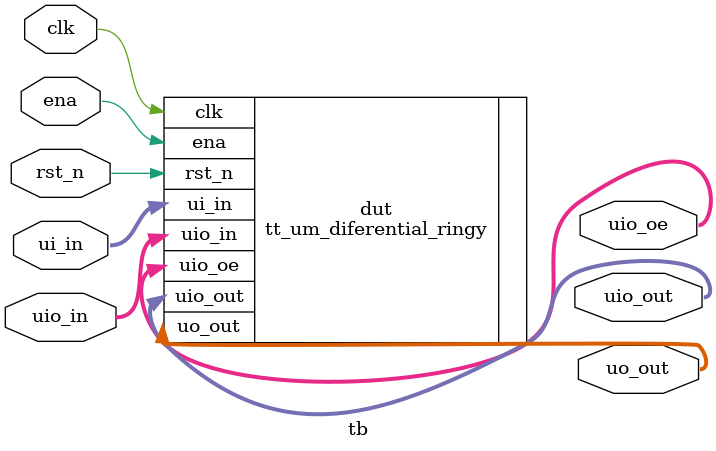
<source format=v>
`default_nettype none
`timescale 1ns/1ps

/*
this testbench just instantiates the module and makes some convenient wires
that can be driven / tested by the cocotb test.py
*/

module tb (
	input  wire [7:0] ui_in,	// Dedicated inputs
	output wire [7:0] uo_out,	// Dedicated outputs
	input  wire [7:0] uio_in,	// IOs: Input path
	output wire [7:0] uio_out,	// IOs: Output path
	output wire [7:0] uio_oe,	// IOs: Enable path (active high: 0=input, 1=output)
	input  wire       ena,
	input  wire       clk,
	input  wire       rst_n
   );

    // this part dumps the trace to a vcd file that can be viewed with GTKWave
    initial begin
        $dumpfile ("tb.vcd");
        $dumpvars (0, tb);
        #1;
    end

    // instantiate the DUT
    tt_um_diferential_ringy dut(
    // include power ports for the Gate Level test
    `ifdef GL_TEST
        .VPWR( 1'b1),
        .VGND( 1'b0),
    `endif
        .ui_in  (ui_in),
        .uo_out (uo_out),
        .uio_in (uio_in),
        .uio_out (uio_out),
        .uio_oe (uio_oe),
        .ena    (ena),
        .clk    (clk),
        .rst_n  (rst_n)
    );

endmodule



</source>
